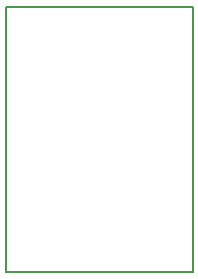
<source format=gbr>
G04 DipTrace 3.1.0.1*
G04 BoardOutline.gbr*
%MOIN*%
G04 #@! TF.FileFunction,Profile*
G04 #@! TF.Part,Single*
%ADD11C,0.005512*%
%FSLAX26Y26*%
G04*
G70*
G90*
G75*
G01*
G04 BoardOutline*
%LPD*%
X393701Y1274858D2*
D11*
Y393701D1*
X1018635D1*
Y1274858D1*
X393701D1*
M02*

</source>
